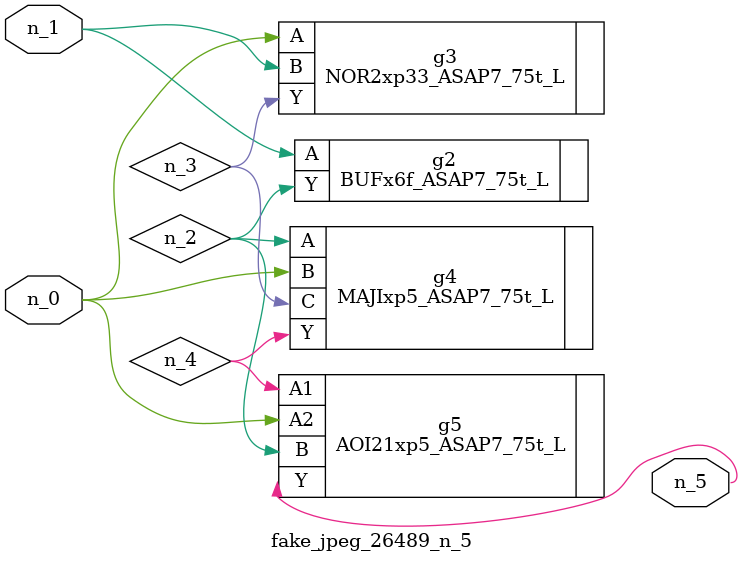
<source format=v>
module fake_jpeg_26489_n_5 (n_0, n_1, n_5);

input n_0;
input n_1;

output n_5;

wire n_3;
wire n_2;
wire n_4;

BUFx6f_ASAP7_75t_L g2 ( 
.A(n_1),
.Y(n_2)
);

NOR2xp33_ASAP7_75t_L g3 ( 
.A(n_0),
.B(n_1),
.Y(n_3)
);

MAJIxp5_ASAP7_75t_L g4 ( 
.A(n_2),
.B(n_0),
.C(n_3),
.Y(n_4)
);

AOI21xp5_ASAP7_75t_L g5 ( 
.A1(n_4),
.A2(n_0),
.B(n_2),
.Y(n_5)
);


endmodule
</source>
